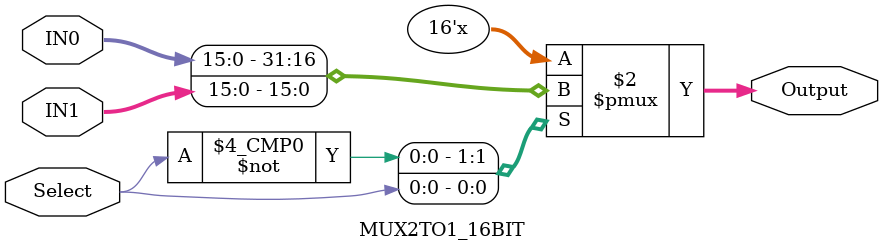
<source format=v>
module MUX2TO1_16BIT(IN0, IN1, Select, Output); 

input [15:0] IN0, IN1; 
input Select ; 
output reg [15:0] Output;

always @ *  
	case (Select) 
		1'b0   : Output <= IN0; 
		1'b1   : Output <= IN1;
	endcase 

endmodule
</source>
